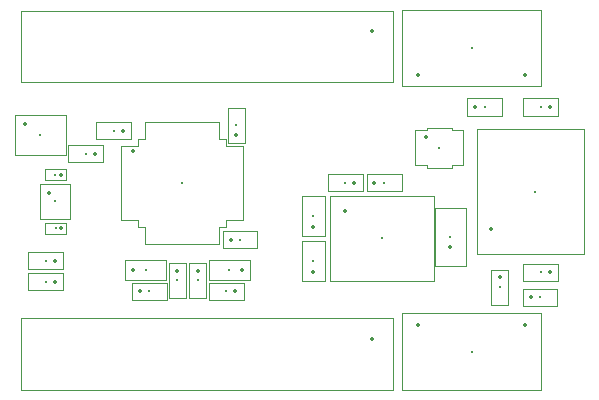
<source format=gbr>
%TF.GenerationSoftware,KiCad,Pcbnew,9.0.5*%
%TF.CreationDate,2025-11-16T12:41:25+03:30*%
%TF.ProjectId,WeAct-STM32G474,57654163-742d-4535-944d-333247343734,rev?*%
%TF.SameCoordinates,Original*%
%TF.FileFunction,Component,L1,Top*%
%TF.FilePolarity,Positive*%
%FSLAX46Y46*%
G04 Gerber Fmt 4.6, Leading zero omitted, Abs format (unit mm)*
G04 Created by KiCad (PCBNEW 9.0.5) date 2025-11-16 12:41:25*
%MOMM*%
%LPD*%
G01*
G04 APERTURE LIST*
%TA.AperFunction,ComponentMain*%
%ADD10C,0.300000*%
%TD*%
%TA.AperFunction,ComponentOutline,Courtyard*%
%ADD11C,0.100000*%
%TD*%
%TA.AperFunction,ComponentPin*%
%ADD12P,0.360000X4X0.000000*%
%TD*%
%TA.AperFunction,ComponentPin*%
%ADD13C,0.100000*%
%TD*%
G04 APERTURE END LIST*
D10*
%TO.C,R5*%
%TO.CFtp,R_0603_1608Metric*%
%TO.CVal,R_220_0603*%
%TO.CLbN,Resistor_SMD*%
%TO.CMnt,SMD*%
%TO.CRot,180*%
X123850000Y-103400000D03*
D11*
X125325000Y-102675000D02*
X125325000Y-104125000D01*
X122375000Y-104125000D01*
X122375000Y-102675000D01*
X125325000Y-102675000D01*
D12*
%TO.P,R5,1*%
X124675000Y-103400000D03*
D13*
%TO.P,R5,2*%
X123025000Y-103400000D03*
%TD*%
D10*
%TO.C,FB1*%
%TO.CFtp,L_0805_2012Metric*%
%TO.CVal,FB_0805*%
%TO.CLbN,Inductor_SMD*%
%TO.CMnt,SMD*%
%TO.CRot,180*%
X139400000Y-104200000D03*
D11*
X141145000Y-103355000D02*
X141145000Y-105045000D01*
X137655000Y-105045000D01*
X137655000Y-103355000D01*
X141145000Y-103355000D01*
D12*
%TO.P,FB1,1*%
X140462500Y-104200000D03*
D13*
%TO.P,FB1,2*%
X138337500Y-104200000D03*
%TD*%
D10*
%TO.C,J1*%
%TO.CFtp,PinHeader_2x12_P2.54mm_Vertical*%
%TO.CVal,P1*%
%TO.CLbN,Connector_PinHeader_2.54mm*%
%TO.CMnt,TH*%
%TO.CRot,-90*%
X151500000Y-84000000D03*
D11*
X153265000Y-82235000D02*
X153265000Y-88315000D01*
X121795000Y-88315000D01*
X121795000Y-82235000D01*
X153265000Y-82235000D01*
D12*
%TO.P,J1,1,Pin_1*%
X151500000Y-84000000D03*
D13*
%TO.P,J1,2,Pin_2*%
X151500000Y-86540000D03*
%TO.P,J1,3,Pin_3*%
X148960000Y-84000000D03*
%TO.P,J1,4,Pin_4*%
X148960000Y-86540000D03*
%TO.P,J1,5,Pin_5*%
X146420000Y-84000000D03*
%TO.P,J1,6,Pin_6*%
X146420000Y-86540000D03*
%TO.P,J1,7,Pin_7*%
X143880000Y-84000000D03*
%TO.P,J1,8,Pin_8*%
X143880000Y-86540000D03*
%TO.P,J1,9,Pin_9*%
X141340000Y-84000000D03*
%TO.P,J1,10,Pin_10*%
X141340000Y-86540000D03*
%TO.P,J1,11,Pin_11*%
X138800000Y-84000000D03*
%TO.P,J1,12,Pin_12*%
X138800000Y-86540000D03*
%TO.P,J1,13,Pin_13*%
X136260000Y-84000000D03*
%TO.P,J1,14,Pin_14*%
X136260000Y-86540000D03*
%TO.P,J1,15,Pin_15*%
X133720000Y-84000000D03*
%TO.P,J1,16,Pin_16*%
X133720000Y-86540000D03*
%TO.P,J1,17,Pin_17*%
X131180000Y-84000000D03*
%TO.P,J1,18,Pin_18*%
X131180000Y-86540000D03*
%TO.P,J1,19,Pin_19*%
X128640000Y-84000000D03*
%TO.P,J1,20,Pin_20*%
X128640000Y-86540000D03*
%TO.P,J1,21,Pin_21*%
X126100000Y-84000000D03*
%TO.P,J1,22,Pin_22*%
X126100000Y-86540000D03*
%TO.P,J1,23,Pin_23*%
X123560000Y-84000000D03*
%TO.P,J1,24,Pin_24*%
X123560000Y-86540000D03*
%TD*%
D10*
%TO.C,R1*%
%TO.CFtp,R_0603_1608Metric*%
%TO.CVal,R_5.1K_0603*%
%TO.CLbN,Resistor_SMD*%
%TO.CMnt,SMD*%
%TO.CRot,180*%
X165750000Y-104400000D03*
D11*
X167225000Y-103675000D02*
X167225000Y-105125000D01*
X164275000Y-105125000D01*
X164275000Y-103675000D01*
X167225000Y-103675000D01*
D12*
%TO.P,R1,1*%
X166575000Y-104400000D03*
D13*
%TO.P,R1,2*%
X164925000Y-104400000D03*
%TD*%
D10*
%TO.C,R6*%
%TO.CFtp,R_0603_1608Metric*%
%TO.CVal,R_10K_0603*%
%TO.CLbN,Resistor_SMD*%
%TO.CMnt,SMD*%
%TO.CRot,0*%
X161000000Y-90400000D03*
D11*
X162475000Y-89675000D02*
X162475000Y-91125000D01*
X159525000Y-91125000D01*
X159525000Y-89675000D01*
X162475000Y-89675000D01*
D12*
%TO.P,R6,1*%
X160175000Y-90400000D03*
D13*
%TO.P,R6,2*%
X161825000Y-90400000D03*
%TD*%
D10*
%TO.C,J3*%
%TO.CFtp,USB_C_Receptacle_G-Switch_GT-USB-7010ASV*%
%TO.CVal,~*%
%TO.CLbN,Connector_USB*%
%TO.CMnt,SMD*%
%TO.CRot,90*%
X165250000Y-97550000D03*
D11*
X169425000Y-92235000D02*
X169425000Y-102865000D01*
X160405000Y-102865000D01*
X160405000Y-92235000D01*
X169425000Y-92235000D01*
D12*
%TO.P,J3,A1,GND*%
X161525000Y-100750000D03*
D13*
%TO.P,J3,A4,VBUS*%
X161525000Y-99950000D03*
%TO.P,J3,A5,CC1*%
X161525000Y-98800000D03*
%TO.P,J3,A6,D+*%
X161525000Y-97800000D03*
%TO.P,J3,A7,D-*%
X161525000Y-97300000D03*
%TO.P,J3,A8,SBU1*%
X161525000Y-96300000D03*
%TO.P,J3,A9,VBUS*%
X161525000Y-95150000D03*
%TO.P,J3,A12,GND*%
X161525000Y-94350000D03*
%TO.P,J3,B1,GND*%
X161525000Y-94350000D03*
%TO.P,J3,B4,VBUS*%
X161525000Y-95150000D03*
%TO.P,J3,B5,CC2*%
X161525000Y-95800000D03*
%TO.P,J3,B6,D+*%
X161525000Y-96800000D03*
%TO.P,J3,B7,D-*%
X161525000Y-98300000D03*
%TO.P,J3,B8,SBU2*%
X161525000Y-99300000D03*
%TO.P,J3,B9,VBUS*%
X161525000Y-99950000D03*
%TO.P,J3,B12,GND*%
X161525000Y-100750000D03*
%TO.P,J3,S1,SHIELD*%
X162125000Y-101870000D03*
X166325000Y-101870000D03*
X162125000Y-93230000D03*
X166325000Y-93230000D03*
%TD*%
D10*
%TO.C,C2*%
%TO.CFtp,C_0805_2012Metric*%
%TO.CVal,C_10UF_0805*%
%TO.CLbN,Capacitor_SMD*%
%TO.CMnt,SMD*%
%TO.CRot,90*%
X146500000Y-99600000D03*
D11*
X147475000Y-97905000D02*
X147475000Y-101295000D01*
X145525000Y-101295000D01*
X145525000Y-97905000D01*
X147475000Y-97905000D01*
D12*
%TO.P,C2,1*%
X146500000Y-100550000D03*
D13*
%TO.P,C2,2*%
X146500000Y-98650000D03*
%TD*%
D10*
%TO.C,C12*%
%TO.CFtp,C_0402_1005Metric*%
%TO.CVal,C_10PF_0402*%
%TO.CLbN,Capacitor_SMD*%
%TO.CMnt,SMD*%
%TO.CRot,180*%
X124700000Y-100671292D03*
D11*
X125605000Y-100216292D02*
X125605000Y-101126292D01*
X123795000Y-101126292D01*
X123795000Y-100216292D01*
X125605000Y-100216292D01*
D12*
%TO.P,C12,1*%
X125180000Y-100671292D03*
D13*
%TO.P,C12,2*%
X124220000Y-100671292D03*
%TD*%
D10*
%TO.C,D2*%
%TO.CFtp,D_PowerDI-123*%
%TO.CVal,DFLS140*%
%TO.CLbN,Diode_SMD*%
%TO.CMnt,SMD*%
%TO.CRot,90*%
X158100000Y-101400000D03*
D11*
X159395000Y-98905000D02*
X159395000Y-103895000D01*
X156805000Y-103895000D01*
X156805000Y-98905000D01*
X159395000Y-98905000D01*
D12*
%TO.P,D2,1,K*%
X158100000Y-102250000D03*
D13*
%TO.P,D2,2,A*%
X158100000Y-99875000D03*
%TD*%
D10*
%TO.C,R2*%
%TO.CFtp,R_0603_1608Metric*%
%TO.CVal,R_5.1K_0603*%
%TO.CLbN,Resistor_SMD*%
%TO.CMnt,SMD*%
%TO.CRot,180*%
X165750000Y-90400000D03*
D11*
X167225000Y-89675000D02*
X167225000Y-91125000D01*
X164275000Y-91125000D01*
X164275000Y-89675000D01*
X167225000Y-89675000D01*
D12*
%TO.P,R2,1*%
X166575000Y-90400000D03*
D13*
%TO.P,R2,2*%
X164925000Y-90400000D03*
%TD*%
D10*
%TO.C,NRST*%
%TO.CFtp,SW_Push_1P1T_NO_E-Switch_TL3301NxxxxxG*%
%TO.CVal,SW_DPST_x2*%
%TO.CLbN,Button_Switch_SMD*%
%TO.CMnt,SMD*%
%TO.CRot,0*%
X159900000Y-111100000D03*
D11*
X165745000Y-107855000D02*
X165745000Y-114345000D01*
X154055000Y-114345000D01*
X154055000Y-107855000D01*
X165745000Y-107855000D01*
D12*
%TO.P,NRST,1,A*%
X155350000Y-108850000D03*
X164450000Y-108850000D03*
D13*
%TO.P,NRST,2,B*%
X155350000Y-113350000D03*
X164450000Y-113350000D03*
%TD*%
D10*
%TO.C,C13*%
%TO.CFtp,C_0603_1608Metric*%
%TO.CVal,C_100NF_0603*%
%TO.CLbN,Capacitor_SMD*%
%TO.CMnt,SMD*%
%TO.CRot,180*%
X127250000Y-94350000D03*
D11*
X128725000Y-93625000D02*
X128725000Y-95075000D01*
X125775000Y-95075000D01*
X125775000Y-93625000D01*
X128725000Y-93625000D01*
D12*
%TO.P,C13,1*%
X128025000Y-94350000D03*
D13*
%TO.P,C13,2*%
X126475000Y-94350000D03*
%TD*%
D10*
%TO.C,C11*%
%TO.CFtp,C_0402_1005Metric*%
%TO.CVal,C_10PF_0402*%
%TO.CLbN,Capacitor_SMD*%
%TO.CMnt,SMD*%
%TO.CRot,180*%
X124650000Y-96121292D03*
D11*
X125555000Y-95666292D02*
X125555000Y-96576292D01*
X123745000Y-96576292D01*
X123745000Y-95666292D01*
X125555000Y-95666292D01*
D12*
%TO.P,C11,1*%
X125130000Y-96121292D03*
D13*
%TO.P,C11,2*%
X124170000Y-96121292D03*
%TD*%
D10*
%TO.C,C1*%
%TO.CFtp,C_0805_2012Metric*%
%TO.CVal,C_10UF_0805*%
%TO.CLbN,Capacitor_SMD*%
%TO.CMnt,SMD*%
%TO.CRot,90*%
X146500000Y-103400000D03*
D11*
X147475000Y-101705000D02*
X147475000Y-105095000D01*
X145525000Y-105095000D01*
X145525000Y-101705000D01*
X147475000Y-101705000D01*
D12*
%TO.P,C1,1*%
X146500000Y-104350000D03*
D13*
%TO.P,C1,2*%
X146500000Y-102450000D03*
%TD*%
D10*
%TO.C,U1*%
%TO.CFtp,SOT-223-3_TabPin2*%
%TO.CVal,AMS1117-3.3*%
%TO.CLbN,Package_TO_SOT_SMD*%
%TO.CMnt,SMD*%
%TO.CRot,0*%
X152300000Y-101500000D03*
D11*
X156695000Y-97905000D02*
X156695000Y-105095000D01*
X147905000Y-105095000D01*
X147905000Y-97905000D01*
X156695000Y-97905000D01*
D12*
%TO.P,U1,1,GND*%
X149150000Y-99200000D03*
D13*
%TO.P,U1,2,VO*%
X149150000Y-101500000D03*
X155450000Y-101500000D03*
%TO.P,U1,3,VI*%
X149150000Y-103800000D03*
%TD*%
D10*
%TO.C,C4*%
%TO.CFtp,C_0603_1608Metric*%
%TO.CVal,C_100NF_0603*%
%TO.CLbN,Capacitor_SMD*%
%TO.CMnt,SMD*%
%TO.CRot,90*%
X140000000Y-91950000D03*
D11*
X140725000Y-90475000D02*
X140725000Y-93425000D01*
X139275000Y-93425000D01*
X139275000Y-90475000D01*
X140725000Y-90475000D01*
D12*
%TO.P,C4,1*%
X140000000Y-92725000D03*
D13*
%TO.P,C4,2*%
X140000000Y-91175000D03*
%TD*%
D10*
%TO.C,D1*%
%TO.CFtp,TSOT-23*%
%TO.CVal,BAT54CW*%
%TO.CLbN,Package_TO_SOT_SMD*%
%TO.CMnt,SMD*%
%TO.CRot,0*%
X123400000Y-92800000D03*
D11*
X125565000Y-91105000D02*
X125565000Y-94495000D01*
X121235000Y-94495000D01*
X121235000Y-91105000D01*
X125565000Y-91105000D01*
D12*
%TO.P,D1,1*%
X122090000Y-91850000D03*
D13*
%TO.P,D1,2*%
X122090000Y-93750000D03*
%TO.P,D1,3*%
X124710000Y-92800000D03*
%TD*%
D10*
%TO.C,C9*%
%TO.CFtp,C_0603_1608Metric*%
%TO.CVal,C_1UF_0603*%
%TO.CLbN,Capacitor_SMD*%
%TO.CMnt,SMD*%
%TO.CRot,0*%
X132600000Y-106000000D03*
D11*
X134075000Y-105275000D02*
X134075000Y-106725000D01*
X131125000Y-106725000D01*
X131125000Y-105275000D01*
X134075000Y-105275000D01*
D12*
%TO.P,C9,1*%
X131825000Y-106000000D03*
D13*
%TO.P,C9,2*%
X133375000Y-106000000D03*
%TD*%
D10*
%TO.C,D4*%
%TO.CFtp,LED_0603_1608Metric*%
%TO.CVal,LED_BLUE_0603*%
%TO.CLbN,LED_SMD*%
%TO.CMnt,SMD*%
%TO.CRot,180*%
X123850000Y-105200000D03*
D11*
X125325000Y-104475000D02*
X125325000Y-105925000D01*
X122375000Y-105925000D01*
X122375000Y-104475000D01*
X125325000Y-104475000D01*
D12*
%TO.P,D4,1,K*%
X124637500Y-105200000D03*
D13*
%TO.P,D4,2,A*%
X123062500Y-105200000D03*
%TD*%
D10*
%TO.C,R4*%
%TO.CFtp,R_0603_1608Metric*%
%TO.CVal,R_220_0603*%
%TO.CLbN,Resistor_SMD*%
%TO.CMnt,SMD*%
%TO.CRot,0*%
X152500000Y-96800000D03*
D11*
X153975000Y-96075000D02*
X153975000Y-97525000D01*
X151025000Y-97525000D01*
X151025000Y-96075000D01*
X153975000Y-96075000D01*
D12*
%TO.P,R4,1*%
X151675000Y-96800000D03*
D13*
%TO.P,R4,2*%
X153325000Y-96800000D03*
%TD*%
D10*
%TO.C,C3*%
%TO.CFtp,C_0603_1608Metric*%
%TO.CVal,C_1UF_0805*%
%TO.CLbN,Capacitor_SMD*%
%TO.CMnt,SMD*%
%TO.CRot,180*%
X129600000Y-92400000D03*
D11*
X131075000Y-91675000D02*
X131075000Y-93125000D01*
X128125000Y-93125000D01*
X128125000Y-91675000D01*
X131075000Y-91675000D01*
D12*
%TO.P,C3,1*%
X130375000Y-92400000D03*
D13*
%TO.P,C3,2*%
X128825000Y-92400000D03*
%TD*%
D10*
%TO.C,C8*%
%TO.CFtp,C_0603_1608Metric*%
%TO.CVal,C_1UF_0603*%
%TO.CLbN,Capacitor_SMD*%
%TO.CMnt,SMD*%
%TO.CRot,180*%
X139125000Y-106000000D03*
D11*
X140600000Y-105275000D02*
X140600000Y-106725000D01*
X137650000Y-106725000D01*
X137650000Y-105275000D01*
X140600000Y-105275000D01*
D12*
%TO.P,C8,1*%
X139900000Y-106000000D03*
D13*
%TO.P,C8,2*%
X138350000Y-106000000D03*
%TD*%
D10*
%TO.C,C7*%
%TO.CFtp,C_0603_1608Metric*%
%TO.CVal,C_100NF_0603*%
%TO.CLbN,Capacitor_SMD*%
%TO.CMnt,SMD*%
%TO.CRot,-90*%
X136700000Y-105075000D03*
D11*
X137425000Y-103600000D02*
X137425000Y-106550000D01*
X135975000Y-106550000D01*
X135975000Y-103600000D01*
X137425000Y-103600000D01*
D12*
%TO.P,C7,1*%
X136700000Y-104300000D03*
D13*
%TO.P,C7,2*%
X136700000Y-105850000D03*
%TD*%
D10*
%TO.C,C14*%
%TO.CFtp,C_0603_1608Metric*%
%TO.CVal,C_100NF_0603*%
%TO.CLbN,Capacitor_SMD*%
%TO.CMnt,SMD*%
%TO.CRot,0*%
X165700000Y-106500000D03*
D11*
X167175000Y-105775000D02*
X167175000Y-107225000D01*
X164225000Y-107225000D01*
X164225000Y-105775000D01*
X167175000Y-105775000D01*
D12*
%TO.P,C14,1*%
X164925000Y-106500000D03*
D13*
%TO.P,C14,2*%
X166475000Y-106500000D03*
%TD*%
D10*
%TO.C,U2*%
%TO.CFtp,LQFP-48_7x7mm_P0.5mm*%
%TO.CVal,STM32G474CBTx*%
%TO.CLbN,Package_QFP*%
%TO.CMnt,SMD*%
%TO.CRot,0*%
X135400000Y-96850000D03*
D11*
X138545000Y-91705000D02*
X138545000Y-93105000D01*
X139145000Y-93105000D01*
X139145000Y-93705000D01*
X140545000Y-93705000D01*
X140545000Y-99995000D01*
X139145000Y-99995000D01*
X139145000Y-100595000D01*
X138545000Y-100595000D01*
X138545000Y-101995000D01*
X132255000Y-101995000D01*
X132255000Y-100595000D01*
X131655000Y-100595000D01*
X131655000Y-99995000D01*
X130255000Y-99995000D01*
X130255000Y-93705000D01*
X131655000Y-93705000D01*
X131655000Y-93105000D01*
X132255000Y-93105000D01*
X132255000Y-91705000D01*
X138545000Y-91705000D01*
D12*
%TO.P,U2,1,VBAT*%
X131237500Y-94100000D03*
D13*
%TO.P,U2,2,PC13*%
X131237500Y-94600000D03*
%TO.P,U2,3,PC14*%
X131237500Y-95100000D03*
%TO.P,U2,4,PC15*%
X131237500Y-95600000D03*
%TO.P,U2,5,PF0*%
X131237500Y-96100000D03*
%TO.P,U2,6,PF1*%
X131237500Y-96600000D03*
%TO.P,U2,7,PG10*%
X131237500Y-97100000D03*
%TO.P,U2,8,PA0*%
X131237500Y-97600000D03*
%TO.P,U2,9,PA1*%
X131237500Y-98100000D03*
%TO.P,U2,10,PA2*%
X131237500Y-98600000D03*
%TO.P,U2,11,PA3*%
X131237500Y-99100000D03*
%TO.P,U2,12,PA4*%
X131237500Y-99600000D03*
%TO.P,U2,13,PA5*%
X132650000Y-101012500D03*
%TO.P,U2,14,PA6*%
X133150000Y-101012500D03*
%TO.P,U2,15,PA7*%
X133650000Y-101012500D03*
%TO.P,U2,16,PB0*%
X134150000Y-101012500D03*
%TO.P,U2,17,PB1*%
X134650000Y-101012500D03*
%TO.P,U2,18,PB2*%
X135150000Y-101012500D03*
%TO.P,U2,19,VSSA*%
X135650000Y-101012500D03*
%TO.P,U2,20,VREF+*%
X136150000Y-101012500D03*
%TO.P,U2,21,VDDA*%
X136650000Y-101012500D03*
%TO.P,U2,22,PB10*%
X137150000Y-101012500D03*
%TO.P,U2,23,VSS*%
X137650000Y-101012500D03*
%TO.P,U2,24,VDD*%
X138150000Y-101012500D03*
%TO.P,U2,25,PB11*%
X139562500Y-99600000D03*
%TO.P,U2,26,PB12*%
X139562500Y-99100000D03*
%TO.P,U2,27,PB13*%
X139562500Y-98600000D03*
%TO.P,U2,28,PB14*%
X139562500Y-98100000D03*
%TO.P,U2,29,PB15*%
X139562500Y-97600000D03*
%TO.P,U2,30,PA8*%
X139562500Y-97100000D03*
%TO.P,U2,31,PA9*%
X139562500Y-96600000D03*
%TO.P,U2,32,PA10*%
X139562500Y-96100000D03*
%TO.P,U2,33,PA11*%
X139562500Y-95600000D03*
%TO.P,U2,34,PA12*%
X139562500Y-95100000D03*
%TO.P,U2,35,VSS*%
X139562500Y-94600000D03*
%TO.P,U2,36,VDD*%
X139562500Y-94100000D03*
%TO.P,U2,37,PA13*%
X138150000Y-92687500D03*
%TO.P,U2,38,PA14*%
X137650000Y-92687500D03*
%TO.P,U2,39,PA15*%
X137150000Y-92687500D03*
%TO.P,U2,40,PB3*%
X136650000Y-92687500D03*
%TO.P,U2,41,PB4*%
X136150000Y-92687500D03*
%TO.P,U2,42,PB5*%
X135650000Y-92687500D03*
%TO.P,U2,43,PB6*%
X135150000Y-92687500D03*
%TO.P,U2,44,PB7*%
X134650000Y-92687500D03*
%TO.P,U2,45,PB8*%
X134150000Y-92687500D03*
%TO.P,U2,46,PB9*%
X133650000Y-92687500D03*
%TO.P,U2,47,VSS*%
X133150000Y-92687500D03*
%TO.P,U2,48,VDD*%
X132650000Y-92687500D03*
%TD*%
D10*
%TO.C,C10*%
%TO.CFtp,C_0603_1608Metric*%
%TO.CVal,C_100NF_0603*%
%TO.CLbN,Capacitor_SMD*%
%TO.CMnt,SMD*%
%TO.CRot,-90*%
X135000000Y-105075000D03*
D11*
X135725000Y-103600000D02*
X135725000Y-106550000D01*
X134275000Y-106550000D01*
X134275000Y-103600000D01*
X135725000Y-103600000D01*
D12*
%TO.P,C10,1*%
X135000000Y-104300000D03*
D13*
%TO.P,C10,2*%
X135000000Y-105850000D03*
%TD*%
D10*
%TO.C,BOOT*%
%TO.CFtp,SW_Push_1P1T_NO_E-Switch_TL3301NxxxxxG*%
%TO.CVal,SW_DPST_x2*%
%TO.CLbN,Button_Switch_SMD*%
%TO.CMnt,SMD*%
%TO.CRot,180*%
X159900000Y-85400000D03*
D11*
X165745000Y-82155000D02*
X165745000Y-88645000D01*
X154055000Y-88645000D01*
X154055000Y-82155000D01*
X165745000Y-82155000D01*
D12*
%TO.P,BOOT,1,A*%
X164450000Y-87650000D03*
X155350000Y-87650000D03*
D13*
%TO.P,BOOT,2,B*%
X164450000Y-83150000D03*
X155350000Y-83150000D03*
%TD*%
D10*
%TO.C,R3*%
%TO.CFtp,R_0603_1608Metric*%
%TO.CVal,R_10K_0603*%
%TO.CLbN,Resistor_SMD*%
%TO.CMnt,SMD*%
%TO.CRot,-90*%
X162300000Y-105650000D03*
D11*
X163025000Y-104175000D02*
X163025000Y-107125000D01*
X161575000Y-107125000D01*
X161575000Y-104175000D01*
X163025000Y-104175000D01*
D12*
%TO.P,R3,1*%
X162300000Y-104825000D03*
D13*
%TO.P,R3,2*%
X162300000Y-106475000D03*
%TD*%
D10*
%TO.C,FB2*%
%TO.CFtp,L_0805_2012Metric*%
%TO.CVal,FB_0805*%
%TO.CLbN,Inductor_SMD*%
%TO.CMnt,SMD*%
%TO.CRot,0*%
X132312500Y-104200000D03*
D11*
X134057500Y-103355000D02*
X134057500Y-105045000D01*
X130567500Y-105045000D01*
X130567500Y-103355000D01*
X134057500Y-103355000D01*
D12*
%TO.P,FB2,1*%
X131250000Y-104200000D03*
D13*
%TO.P,FB2,2*%
X133375000Y-104200000D03*
%TD*%
D10*
%TO.C,C5*%
%TO.CFtp,C_0603_1608Metric*%
%TO.CVal,C_100NF_0603*%
%TO.CLbN,Capacitor_SMD*%
%TO.CMnt,SMD*%
%TO.CRot,0*%
X140300000Y-101650000D03*
D11*
X141775000Y-100925000D02*
X141775000Y-102375000D01*
X138825000Y-102375000D01*
X138825000Y-100925000D01*
X141775000Y-100925000D01*
D12*
%TO.P,C5,1*%
X139525000Y-101650000D03*
D13*
%TO.P,C5,2*%
X141075000Y-101650000D03*
%TD*%
D10*
%TO.C,D3*%
%TO.CFtp,LED_0603_1608Metric*%
%TO.CVal,LED_GREEN_0603*%
%TO.CLbN,LED_SMD*%
%TO.CMnt,SMD*%
%TO.CRot,180*%
X149200000Y-96800000D03*
D11*
X150675000Y-96075000D02*
X150675000Y-97525000D01*
X147725000Y-97525000D01*
X147725000Y-96075000D01*
X150675000Y-96075000D01*
D12*
%TO.P,D3,1,K*%
X149987500Y-96800000D03*
D13*
%TO.P,D3,2,A*%
X148412500Y-96800000D03*
%TD*%
D10*
%TO.C,J2*%
%TO.CFtp,PinHeader_2x12_P2.54mm_Vertical*%
%TO.CVal,P2*%
%TO.CLbN,Connector_PinHeader_2.54mm*%
%TO.CMnt,TH*%
%TO.CRot,-90*%
X151500000Y-110000000D03*
D11*
X153265000Y-108235000D02*
X153265000Y-114315000D01*
X121795000Y-114315000D01*
X121795000Y-108235000D01*
X153265000Y-108235000D01*
D12*
%TO.P,J2,1,Pin_1*%
X151500000Y-110000000D03*
D13*
%TO.P,J2,2,Pin_2*%
X151500000Y-112540000D03*
%TO.P,J2,3,Pin_3*%
X148960000Y-110000000D03*
%TO.P,J2,4,Pin_4*%
X148960000Y-112540000D03*
%TO.P,J2,5,Pin_5*%
X146420000Y-110000000D03*
%TO.P,J2,6,Pin_6*%
X146420000Y-112540000D03*
%TO.P,J2,7,Pin_7*%
X143880000Y-110000000D03*
%TO.P,J2,8,Pin_8*%
X143880000Y-112540000D03*
%TO.P,J2,9,Pin_9*%
X141340000Y-110000000D03*
%TO.P,J2,10,Pin_10*%
X141340000Y-112540000D03*
%TO.P,J2,11,Pin_11*%
X138800000Y-110000000D03*
%TO.P,J2,12,Pin_12*%
X138800000Y-112540000D03*
%TO.P,J2,13,Pin_13*%
X136260000Y-110000000D03*
%TO.P,J2,14,Pin_14*%
X136260000Y-112540000D03*
%TO.P,J2,15,Pin_15*%
X133720000Y-110000000D03*
%TO.P,J2,16,Pin_16*%
X133720000Y-112540000D03*
%TO.P,J2,17,Pin_17*%
X131180000Y-110000000D03*
%TO.P,J2,18,Pin_18*%
X131180000Y-112540000D03*
%TO.P,J2,19,Pin_19*%
X128640000Y-110000000D03*
%TO.P,J2,20,Pin_20*%
X128640000Y-112540000D03*
%TO.P,J2,21,Pin_21*%
X126100000Y-110000000D03*
%TO.P,J2,22,Pin_22*%
X126100000Y-112540000D03*
%TO.P,J2,23,Pin_23*%
X123560000Y-110000000D03*
%TO.P,J2,24,Pin_24*%
X123560000Y-112540000D03*
%TD*%
D10*
%TO.C,U3*%
%TO.CFtp,SOT-23-6*%
%TO.CVal,SRV05-4*%
%TO.CLbN,Package_TO_SOT_SMD*%
%TO.CMnt,SMD*%
%TO.CRot,0*%
X157162500Y-93850000D03*
D11*
X158207500Y-92155000D02*
X158207500Y-92355000D01*
X159207500Y-92355000D01*
X159207500Y-95345000D01*
X158207500Y-95345000D01*
X158207500Y-95545000D01*
X156117500Y-95545000D01*
X156117500Y-95345000D01*
X155117500Y-95345000D01*
X155117500Y-92355000D01*
X156117500Y-92355000D01*
X156117500Y-92155000D01*
X158207500Y-92155000D01*
D12*
%TO.P,U3,1,IO1*%
X156025000Y-92900000D03*
D13*
%TO.P,U3,2,VN*%
X156025000Y-93850000D03*
%TO.P,U3,3,IO2*%
X156025000Y-94800000D03*
%TO.P,U3,4,IO3*%
X158300000Y-94800000D03*
%TO.P,U3,5,VP*%
X158300000Y-93850000D03*
%TO.P,U3,6,IO4*%
X158300000Y-92900000D03*
%TD*%
D10*
%TO.C,Y1*%
%TO.CFtp,Crystal_SMD_2016-4Pin_2.0x1.6mm*%
%TO.CVal,X_24MHZ*%
%TO.CLbN,Crystal*%
%TO.CMnt,SMD*%
%TO.CRot,-90*%
X124650000Y-98371292D03*
D11*
X125945000Y-96876292D02*
X125945000Y-99866292D01*
X123355000Y-99866292D01*
X123355000Y-96876292D01*
X125945000Y-96876292D01*
D12*
%TO.P,Y1,1,1*%
X124100000Y-97671292D03*
D13*
%TO.P,Y1,2,2*%
X124100000Y-99071292D03*
%TO.P,Y1,3,3*%
X125200000Y-99071292D03*
%TO.P,Y1,4,4*%
X125200000Y-97671292D03*
%TD*%
M02*

</source>
